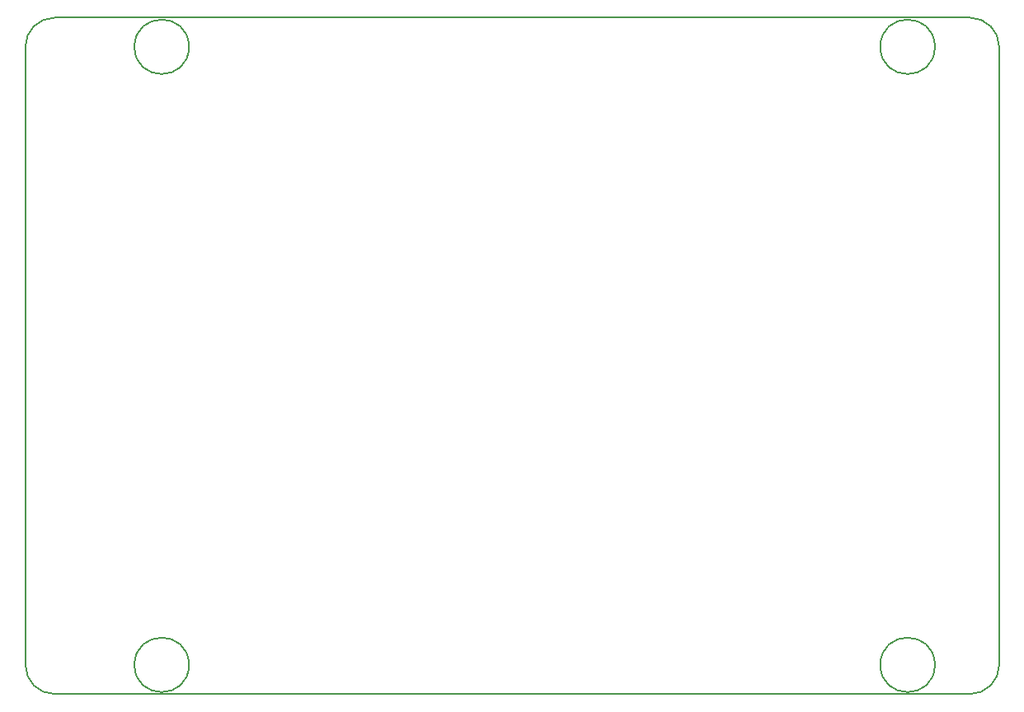
<source format=gbr>
%TF.GenerationSoftware,KiCad,Pcbnew,5.1.10*%
%TF.CreationDate,2021-07-27T11:18:45+02:00*%
%TF.ProjectId,lxbmc,6c78626d-632e-46b6-9963-61645f706362,rev?*%
%TF.SameCoordinates,Original*%
%TF.FileFunction,Other,Comment*%
%FSLAX45Y45*%
G04 Gerber Fmt 4.5, Leading zero omitted, Abs format (unit mm)*
G04 Created by KiCad (PCBNEW 5.1.10) date 2021-07-27 11:18:45*
%MOMM*%
%LPD*%
G01*
G04 APERTURE LIST*
%TA.AperFunction,Profile*%
%ADD10C,0.200000*%
%TD*%
%ADD11C,0.150000*%
G04 APERTURE END LIST*
D10*
X300000Y-6950000D02*
G75*
G02*
X0Y-6650000I0J300000D01*
G01*
X0Y-300000D02*
G75*
G02*
X300000Y0I300000J0D01*
G01*
X10000000Y-6650000D02*
G75*
G02*
X9700000Y-6950000I-300000J0D01*
G01*
X9700000Y0D02*
G75*
G02*
X10000000Y-300000I0J-300000D01*
G01*
X300000Y0D02*
X9700000Y0D01*
X0Y-6650000D02*
X0Y-300000D01*
X10000000Y-300000D02*
X10000000Y-6650000D01*
X9700000Y-6950000D02*
X300000Y-6950000D01*
D11*
X9340000Y-6650000D02*
G75*
G03*
X9340000Y-6650000I-280000J0D01*
G01*
X1680000Y-6650000D02*
G75*
G03*
X1680000Y-6650000I-280000J0D01*
G01*
X1680000Y-300000D02*
G75*
G03*
X1680000Y-300000I-280000J0D01*
G01*
X9340000Y-300000D02*
G75*
G03*
X9340000Y-300000I-280000J0D01*
G01*
M02*

</source>
